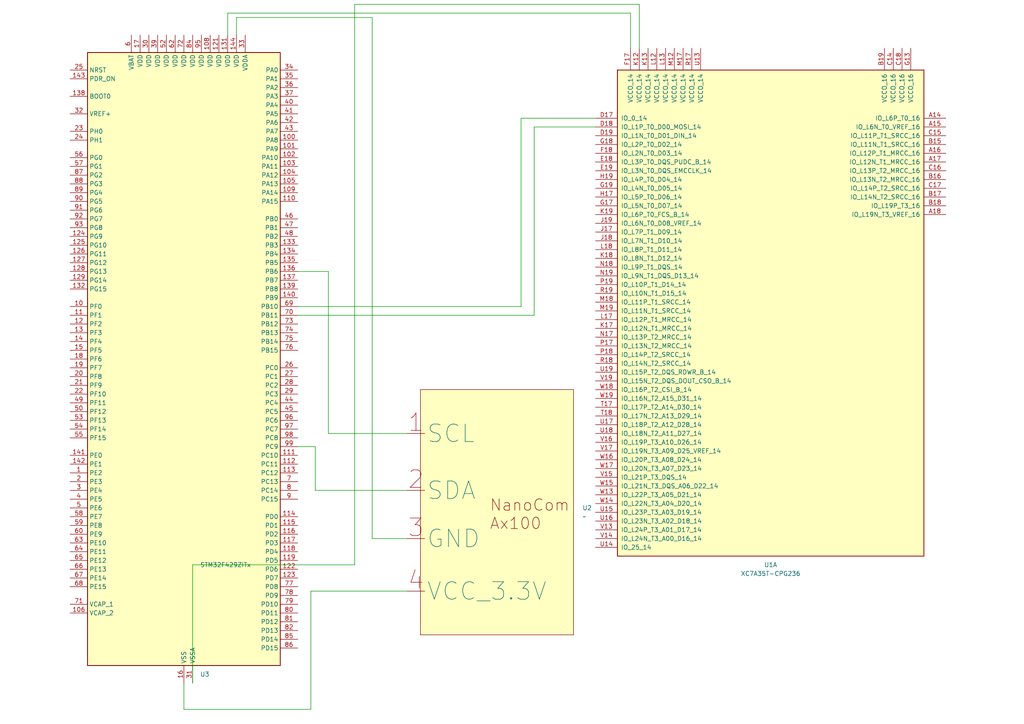
<source format=kicad_sch>
(kicad_sch (version 20250114) (generator "eeschema") (generator_version "9.0")
  (paper "A4")
  (lib_symbols
    (symbol "FPGA_Xilinx_Artix7:XC7A35T-CPG236" (pin_names (offset 1.016))
      (property "Reference" "U" (at 0 1.27 0))
      (property "Value" "XC7A35T-CPG236" (at 0 -1.27 0))
      (symbol "XC7A35T-CPG236_1_1"
        (rectangle (start -44.45 67.31) (end 44.45 -73.66) (stroke (width 0.254)) (fill (type background)))
        (pin bidirectional line (at -50.8 53.34 0) (length 6.35) (name "IO_0_14") (number "D17"))
        (pin bidirectional line (at -50.8 50.8 0) (length 6.35) (name "IO_L1P_T0_D00_MOSI_14") (number "D18"))
        (pin bidirectional line (at -50.8 48.26 0) (length 6.35) (name "IO_L1N_T0_D01_DIN_14") (number "D19"))
        (pin bidirectional line (at -50.8 45.72 0) (length 6.35) (name "IO_L2P_T0_D02_14") (number "G18"))
        (pin bidirectional line (at -50.8 43.18 0) (length 6.35) (name "IO_L2N_T0_D03_14") (number "F18"))
        (pin bidirectional line (at -50.8 40.64 0) (length 6.35) (name "IO_L3P_T0_DQS_PUDC_B_14") (number "E18"))
        (pin bidirectional line (at -50.8 38.1 0) (length 6.35) (name "IO_L3N_T0_DQS_EMCCLK_14") (number "E19"))
        (pin bidirectional line (at -50.8 35.56 0) (length 6.35) (name "IO_L4P_T0_D04_14") (number "H19"))
        (pin bidirectional line (at -50.8 33.02 0) (length 6.35) (name "IO_L4N_T0_D05_14") (number "G19"))
        (pin bidirectional line (at -50.8 30.48 0) (length 6.35) (name "IO_L5P_T0_D06_14") (number "H17"))
        (pin bidirectional line (at -50.8 27.94 0) (length 6.35) (name "IO_L5N_T0_D07_14") (number "G17"))
        (pin bidirectional line (at -50.8 25.4 0) (length 6.35) (name "IO_L6P_T0_FCS_B_14") (number "K19"))
        (pin bidirectional line (at -50.8 22.86 0) (length 6.35) (name "IO_L6N_T0_D08_VREF_14") (number "J19"))
        (pin bidirectional line (at -50.8 20.32 0) (length 6.35) (name "IO_L7P_T1_D09_14") (number "J17"))
        (pin bidirectional line (at -50.8 17.78 0) (length 6.35) (name "IO_L7N_T1_D10_14") (number "J18"))
        (pin bidirectional line (at -50.8 15.24 0) (length 6.35) (name "IO_L8P_T1_D11_14") (number "L18"))
        (pin bidirectional line (at -50.8 12.7 0) (length 6.35) (name "IO_L8N_T1_D12_14") (number "K18"))
        (pin bidirectional line (at -50.8 10.16 0) (length 6.35) (name "IO_L9P_T1_DQS_14") (number "N18"))
        (pin bidirectional line (at -50.8 7.62 0) (length 6.35) (name "IO_L9N_T1_DQS_D13_14") (number "N19"))
        (pin bidirectional line (at -50.8 5.08 0) (length 6.35) (name "IO_L10P_T1_D14_14") (number "P19"))
        (pin bidirectional line (at -50.8 2.54 0) (length 6.35) (name "IO_L10N_T1_D15_14") (number "R19"))
        (pin bidirectional line (at -50.8 0 0) (length 6.35) (name "IO_L11P_T1_SRCC_14") (number "M18"))
        (pin bidirectional line (at -50.8 -2.54 0) (length 6.35) (name "IO_L11N_T1_SRCC_14") (number "M19"))
        (pin bidirectional line (at -50.8 -5.08 0) (length 6.35) (name "IO_L12P_T1_MRCC_14") (number "L17"))
        (pin bidirectional line (at -50.8 -7.62 0) (length 6.35) (name "IO_L12N_T1_MRCC_14") (number "K17"))
        (pin bidirectional line (at -50.8 -10.16 0) (length 6.35) (name "IO_L13P_T2_MRCC_14") (number "N17"))
        (pin bidirectional line (at -50.8 -12.7 0) (length 6.35) (name "IO_L13N_T2_MRCC_14") (number "P17"))
        (pin bidirectional line (at -50.8 -15.24 0) (length 6.35) (name "IO_L14P_T2_SRCC_14") (number "P18"))
        (pin bidirectional line (at -50.8 -17.78 0) (length 6.35) (name "IO_L14N_T2_SRCC_14") (number "R18"))
        (pin bidirectional line (at -50.8 -20.32 0) (length 6.35) (name "IO_L15P_T2_DQS_RDWR_B_14") (number "U19"))
        (pin bidirectional line (at -50.8 -22.86 0) (length 6.35) (name "IO_L15N_T2_DQS_DOUT_CSO_B_14") (number "V19"))
        (pin bidirectional line (at -50.8 -25.4 0) (length 6.35) (name "IO_L16P_T2_CSI_B_14") (number "W18"))
        (pin bidirectional line (at -50.8 -27.94 0) (length 6.35) (name "IO_L16N_T2_A15_D31_14") (number "W19"))
        (pin bidirectional line (at -50.8 -30.48 0) (length 6.35) (name "IO_L17P_T2_A14_D30_14") (number "T17"))
        (pin bidirectional line (at -50.8 -33.02 0) (length 6.35) (name "IO_L17N_T2_A13_D29_14") (number "T18"))
        (pin bidirectional line (at -50.8 -35.56 0) (length 6.35) (name "IO_L18P_T2_A12_D28_14") (number "U17"))
        (pin bidirectional line (at -50.8 -38.1 0) (length 6.35) (name "IO_L18N_T2_A11_D27_14") (number "U18"))
        (pin bidirectional line (at -50.8 -40.64 0) (length 6.35) (name "IO_L19P_T3_A10_D26_14") (number "V16"))
        (pin bidirectional line (at -50.8 -43.18 0) (length 6.35) (name "IO_L19N_T3_A09_D25_VREF_14") (number "V17"))
        (pin bidirectional line (at -50.8 -45.72 0) (length 6.35) (name "IO_L20P_T3_A08_D24_14") (number "W16"))
        (pin bidirectional line (at -50.8 -48.26 0) (length 6.35) (name "IO_L20N_T3_A07_D23_14") (number "W17"))
        (pin bidirectional line (at -50.8 -50.8 0) (length 6.35) (name "IO_L21P_T3_DQS_14") (number "V15"))
        (pin bidirectional line (at -50.8 -53.34 0) (length 6.35) (name "IO_L21N_T3_DQS_A06_D22_14") (number "W15"))
        (pin bidirectional line (at -50.8 -55.88 0) (length 6.35) (name "IO_L22P_T3_A05_D21_14") (number "W13"))
        (pin bidirectional line (at -50.8 -58.42 0) (length 6.35) (name "IO_L22N_T3_A04_D20_14") (number "W14"))
        (pin bidirectional line (at -50.8 -60.96 0) (length 6.35) (name "IO_L23P_T3_A03_D19_14") (number "U15"))
        (pin bidirectional line (at -50.8 -63.5 0) (length 6.35) (name "IO_L23N_T3_A02_D18_14") (number "U16"))
        (pin bidirectional line (at -50.8 -66.04 0) (length 6.35) (name "IO_L24P_T3_A01_D17_14") (number "V13"))
        (pin bidirectional line (at -50.8 -68.58 0) (length 6.35) (name "IO_L24N_T3_A00_D16_14") (number "V14"))
        (pin bidirectional line (at -50.8 -71.12 0) (length 6.35) (name "IO_25_14") (number "U14"))
        (pin power_in line (at -40.64 73.66 270) (length 6.35) (name "VCCO_14") (number "F17"))
        (pin power_in line (at -38.1 73.66 270) (length 6.35) (name "VCCO_14") (number "K12"))
        (pin power_in line (at -35.56 73.66 270) (length 6.35) (name "VCCO_14") (number "K13"))
        (pin power_in line (at -33.02 73.66 270) (length 6.35) (name "VCCO_14") (number "L12"))
        (pin power_in line (at -30.48 73.66 270) (length 6.35) (name "VCCO_14") (number "L13"))
        (pin power_in line (at -27.94 73.66 270) (length 6.35) (name "VCCO_14") (number "M12"))
        (pin power_in line (at -25.4 73.66 270) (length 6.35) (name "VCCO_14") (number "M17"))
        (pin power_in line (at -22.86 73.66 270) (length 6.35) (name "VCCO_14") (number "R17"))
        (pin power_in line (at -20.32 73.66 270) (length 6.35) (name "VCCO_14") (number "U13"))
        (pin power_in line (at 33.02 73.66 270) (length 6.35) (name "VCCO_16") (number "B19"))
        (pin power_in line (at 35.56 73.66 270) (length 6.35) (name "VCCO_16") (number "C14"))
        (pin power_in line (at 38.1 73.66 270) (length 6.35) (name "VCCO_16") (number "C18"))
        (pin power_in line (at 40.64 73.66 270) (length 6.35) (name "VCCO_16") (number "G13"))
        (pin bidirectional line (at 50.8 53.34 180) (length 6.35) (name "IO_L6P_T0_16") (number "A14"))
        (pin bidirectional line (at 50.8 50.8 180) (length 6.35) (name "IO_L6N_T0_VREF_16") (number "A15"))
        (pin bidirectional line (at 50.8 48.26 180) (length 6.35) (name "IO_L11P_T1_SRCC_16") (number "C15"))
        (pin bidirectional line (at 50.8 45.72 180) (length 6.35) (name "IO_L11N_T1_SRCC_16") (number "B15"))
        (pin bidirectional line (at 50.8 43.18 180) (length 6.35) (name "IO_L12P_T1_MRCC_16") (number "A16"))
        (pin bidirectional line (at 50.8 40.64 180) (length 6.35) (name "IO_L12N_T1_MRCC_16") (number "A17"))
        (pin bidirectional line (at 50.8 38.1 180) (length 6.35) (name "IO_L13P_T2_MRCC_16") (number "C16"))
        (pin bidirectional line (at 50.8 35.56 180) (length 6.35) (name "IO_L13N_T2_MRCC_16") (number "B16"))
        (pin bidirectional line (at 50.8 33.02 180) (length 6.35) (name "IO_L14P_T2_SRCC_16") (number "C17"))
        (pin bidirectional line (at 50.8 30.48 180) (length 6.35) (name "IO_L14N_T2_SRCC_16") (number "B17"))
        (pin bidirectional line (at 50.8 27.94 180) (length 6.35) (name "IO_L19P_T3_16") (number "B18"))
        (pin bidirectional line (at 50.8 25.4 180) (length 6.35) (name "IO_L19N_T3_VREF_16") (number "A18"))
      )
      (symbol "XC7A35T-CPG236_2_1"
        (rectangle (start -44.45 34.29) (end 44.45 -40.64) (stroke (width 0.254)) (fill (type background)))
        (pin bidirectional line (at -50.8 20.32 0) (length 6.35) (name "IO_L1P_T0_34") (number "R2"))
        (pin bidirectional line (at -50.8 17.78 0) (length 6.35) (name "IO_L1N_T0_34") (number "T2"))
        (pin bidirectional line (at -50.8 15.24 0) (length 6.35) (name "IO_L2P_T0_34") (number "R3"))
        (pin bidirectional line (at -50.8 12.7 0) (length 6.35) (name "IO_L2N_T0_34") (number "T3"))
        (pin bidirectional line (at -50.8 10.16 0) (length 6.35) (name "IO_L3P_T0_DQS_34") (number "T1"))
        (pin bidirectional line (at -50.8 7.62 0) (length 6.35) (name "IO_L3N_T0_DQS_34") (number "U1"))
        (pin bidirectional line (at -50.8 5.08 0) (length 6.35) (name "IO_L5P_T0_34") (number "V2"))
        (pin bidirectional line (at -50.8 2.54 0) (length 6.35) (name "IO_L5N_T0_34") (number "W2"))
        (pin bidirectional line (at -50.8 0 0) (length 6.35) (name "IO_L6P_T0_34") (number "V3"))
        (pin bidirectional line (at -50.8 -2.54 0) (length 6.35) (name "IO_L6N_T0_VREF_34") (number "W3"))
        (pin bidirectional line (at -50.8 -5.08 0) (length 6.35) (name "IO_L9P_T1_DQS_34") (number "U3"))
        (pin bidirectional line (at -50.8 -7.62 0) (length 6.35) (name "IO_L9N_T1_DQS_34") (number "U2"))
        (pin bidirectional line (at -50.8 -10.16 0) (length 6.35) (name "IO_L11P_T1_SRCC_34") (number "U4"))
        (pin bidirectional line (at -50.8 -12.7 0) (length 6.35) (name "IO_L11N_T1_SRCC_34") (number "V4"))
        (pin bidirectional line (at -50.8 -15.24 0) (length 6.35) (name "IO_L12P_T1_MRCC_34") (number "W5"))
        (pin bidirectional line (at -50.8 -17.78 0) (length 6.35) (name "IO_L12N_T1_MRCC_34") (number "W4"))
        (pin bidirectional line (at -50.8 -20.32 0) (length 6.35) (name "IO_L13P_T2_MRCC_34") (number "W7"))
        (pin bidirectional line (at -50.8 -22.86 0) (length 6.35) (name "IO_L13N_T2_MRCC_34") (number "W6"))
        (pin bidirectional line (at -50.8 -25.4 0) (length 6.35) (name "IO_L14P_T2_SRCC_34") (number "U8"))
        (pin bidirectional line (at -50.8 -27.94 0) (length 6.35) (name "IO_L14N_T2_SRCC_34") (number "V8"))
        (pin bidirectional line (at -50.8 -30.48 0) (length 6.35) (name "IO_L16P_T2_34") (number "U5"))
        (pin bidirectional line (at -50.8 -33.02 0) (length 6.35) (name "IO_L16N_T2_34") (number "V5"))
        (pin bidirectional line (at -50.8 -35.56 0) (length 6.35) (name "IO_L19P_T3_34") (number "U7"))
        (pin bidirectional line (at -50.8 -38.1 0) (length 6.35) (name "IO_L19N_T3_VREF_34") (number "V7"))
        (pin power_in line (at -40.64 40.64 270) (length 6.35) (name "VCCO_34") (number "M8"))
        (pin power_in line (at -38.1 40.64 270) (length 6.35) (name "VCCO_34") (number "N7"))
        (pin power_in line (at -35.56 40.64 270) (length 6.35) (name "VCCO_34") (number "N8"))
        (pin power_in line (at -33.02 40.64 270) (length 6.35) (name "VCCO_34") (number "R1"))
        (pin power_in line (at -30.48 40.64 270) (length 6.35) (name "VCCO_34") (number "V1"))
        (pin power_in line (at -27.94 40.64 270) (length 6.35) (name "VCCO_34") (number "V6"))
        (pin power_in line (at 27.94 40.64 270) (length 6.35) (name "VCCO_35") (number "H3"))
        (pin power_in line (at 30.48 40.64 270) (length 6.35) (name "VCCO_35") (number "J7"))
        (pin power_in line (at 33.02 40.64 270) (length 6.35) (name "VCCO_35") (number "K1"))
        (pin power_in line (at 35.56 40.64 270) (length 6.35) (name "VCCO_35") (number "K7"))
        (pin power_in line (at 38.1 40.64 270) (length 6.35) (name "VCCO_35") (number "L7"))
        (pin power_in line (at 40.64 40.64 270) (length 6.35) (name "VCCO_35") (number "M7"))
        (pin bidirectional line (at 50.8 20.32 180) (length 6.35) (name "IO_L1P_T0_AD4P_35") (number "G3"))
        (pin bidirectional line (at 50.8 17.78 180) (length 6.35) (name "IO_L1N_T0_AD4N_35") (number "G2"))
        (pin bidirectional line (at 50.8 15.24 180) (length 6.35) (name "IO_L2P_T0_AD12P_35") (number "H2"))
        (pin bidirectional line (at 50.8 12.7 180) (length 6.35) (name "IO_L2N_T0_AD12N_35") (number "J2"))
        (pin bidirectional line (at 50.8 10.16 180) (length 6.35) (name "IO_L3P_T0_DQS_AD5P_35") (number "H1"))
        (pin bidirectional line (at 50.8 7.62 180) (length 6.35) (name "IO_L3N_T0_DQS_AD5N_35") (number "J1"))
        (pin bidirectional line (at 50.8 5.08 180) (length 6.35) (name "IO_L5P_T0_AD13P_35") (number "K2"))
        (pin bidirectional line (at 50.8 2.54 180) (length 6.35) (name "IO_L5N_T0_AD13N_35") (number "L2"))
        (pin bidirectional line (at 50.8 0 180) (length 6.35) (name "IO_L6N_T0_VREF_35") (number "L1"))
        (pin bidirectional line (at 50.8 -2.54 180) (length 6.35) (name "IO_L7P_T1_AD6P_35") (number "J3"))
        (pin bidirectional line (at 50.8 -5.08 180) (length 6.35) (name "IO_L7N_T1_AD6N_35") (number "K3"))
        (pin bidirectional line (at 50.8 -7.62 180) (length 6.35) (name "IO_L8P_T1_AD14P_35") (number "L3"))
        (pin bidirectional line (at 50.8 -10.16 180) (length 6.35) (name "IO_L8N_T1_AD14N_35") (number "M3"))
        (pin bidirectional line (at 50.8 -12.7 180) (length 6.35) (name "IO_L9P_T1_DQS_AD7P_35") (number "M2"))
        (pin bidirectional line (at 50.8 -15.24 180) (length 6.35) (name "IO_L9N_T1_DQS_AD7N_35") (number "M1"))
        (pin bidirectional line (at 50.8 -17.78 180) (length 6.35) (name "IO_L10P_T1_AD15P_35") (number "N2"))
        (pin bidirectional line (at 50.8 -20.32 180) (length 6.35) (name "IO_L10N_T1_AD15N_35") (number "N1"))
        (pin bidirectional line (at 50.8 -22.86 180) (length 6.35) (name "IO_L12P_T1_MRCC_35") (number "N3"))
        (pin bidirectional line (at 50.8 -25.4 180) (length 6.35) (name "IO_L12N_T1_MRCC_35") (number "P3"))
        (pin bidirectional line (at 50.8 -27.94 180) (length 6.35) (name "IO_L19N_T3_VREF_35") (number "P1"))
      )
      (symbol "XC7A35T-CPG236_3_1"
        (rectangle (start -31.75 20.32) (end 31.75 -20.32) (stroke (width 0.254)) (fill (type background)))
        (pin bidirectional line (at -38.1 17.78 0) (length 6.35) (name "MGTPTXP0_216") (number "D2"))
        (pin bidirectional line (at -38.1 15.24 0) (length 6.35) (name "MGTPTXN0_216") (number "D1"))
        (pin bidirectional line (at -38.1 12.7 0) (length 6.35) (name "MGTPTXP1_216") (number "B2"))
        (pin bidirectional line (at -38.1 10.16 0) (length 6.35) (name "MGTPTXN1_216") (number "A2"))
        (pin bidirectional line (at -38.1 5.08 0) (length 6.35) (name "MGTPRXP0_216") (number "B4"))
        (pin bidirectional line (at -38.1 2.54 0) (length 6.35) (name "MGTPRXN0_216") (number "A4"))
        (pin bidirectional line (at -38.1 0 0) (length 6.35) (name "MGTPRXP1_216") (number "B6"))
        (pin bidirectional line (at -38.1 -2.54 0) (length 6.35) (name "MGTPRXN1_216") (number "A6"))
        (pin bidirectional line (at -38.1 -7.62 0) (length 6.35) (name "MGTREFCLK0P_216") (number "B8"))
        (pin bidirectional line (at -38.1 -10.16 0) (length 6.35) (name "MGTREFCLK0N_216") (number "A8"))
        (pin bidirectional line (at -38.1 -12.7 0) (length 6.35) (name "MGTREFCLK1P_216") (number "B10"))
        (pin bidirectional line (at -38.1 -15.24 0) (length 6.35) (name "MGTREFCLK1N_216") (number "A10"))
      )
      (symbol "XC7A35T-CPG236_4_1"
        (rectangle (start -31.75 10.16) (end 31.75 -10.16) (stroke (width 0.254)) (fill (type background)))
        (pin power_in line (at -38.1 7.62 0) (length 6.35) (name "MGTAVCC") (number "C1"))
        (pin power_in line (at -38.1 5.08 0) (length 6.35) (name "MGTAVCC") (number "E1"))
        (pin power_in line (at -38.1 2.54 0) (length 6.35) (name "MGTAVCC") (number "F3"))
        (pin power_in line (at -38.1 0 0) (length 6.35) (name "MGTAVCC") (number "G9"))
        (pin power_in line (at -38.1 -2.54 0) (length 6.35) (name "MGTAVCC") (number "H9"))
        (pin power_in line (at 38.1 7.62 180) (length 6.35) (name "MGTAVTT") (number "B1"))
        (pin power_in line (at 38.1 5.08 180) (length 6.35) (name "MGTAVTT") (number "C5"))
        (pin power_in line (at 38.1 2.54 180) (length 6.35) (name "MGTAVTT") (number "E2"))
        (pin power_in line (at 38.1 0 180) (length 6.35) (name "MGTAVTT") (number "G7"))
        (pin power_in line (at 38.1 -5.08 180) (length 6.35) (name "MGTRREF_216") (number "C7"))
      )
      (symbol "XC7A35T-CPG236_5_1"
        (rectangle (start -31.75 34.29) (end 31.75 -40.64) (stroke (width 0.254)) (fill (type background)))
        (pin power_in line (at 25.4 40.64 270) (length 6.35) (name "VCCO_0") (number "G12"))
        (pin power_in line (at 27.94 40.64 270) (length 6.35) (name "VCCO_0") (number "V9"))
        (pin bidirectional line (at 38.1 20.32 180) (length 6.35) (name "TDI_0") (number "W10"))
        (pin bidirectional line (at 38.1 17.78 180) (length 6.35) (name "TDO_0") (number "W8"))
        (pin bidirectional line (at 38.1 15.24 180) (length 6.35) (name "TMS_0") (number "W9"))
        (pin bidirectional line (at 38.1 12.7 180) (length 6.35) (name "TCK_0") (number "C8"))
        (pin bidirectional line (at 38.1 7.62 180) (length 6.35) (name "CCLK_0") (number "C11"))
        (pin bidirectional line (at 38.1 5.08 180) (length 6.35) (name "M0_0") (number "V12"))
        (pin bidirectional line (at 38.1 2.54 180) (length 6.35) (name "M1_0") (number "W11"))
        (pin bidirectional line (at 38.1 0 180) (length 6.35) (name "M2_0") (number "U10"))
        (pin bidirectional line (at 38.1 -5.08 180) (length 6.35) (name "DONE_0") (number "U12"))
        (pin bidirectional line (at 38.1 -7.62 180) (length 6.35) (name "INIT_B_0") (number "U11"))
        (pin bidirectional line (at 38.1 -10.16 180) (length 6.35) (name "PROGRAM_B_0") (number "V10"))
        (pin bidirectional line (at 38.1 -15.24 180) (length 6.35) (name "CFGBVS_0") (number "V11"))
        (pin bidirectional line (at 38.1 -20.32 180) (length 6.35) (name "VP_0") (number "A12"))
        (pin bidirectional line (at 38.1 -22.86 180) (length 6.35) (name "VN_0") (number "B13"))
        (pin bidirectional line (at 38.1 -27.94 180) (length 6.35) (name "VREFP_0") (number "B12"))
        (pin bidirectional line (at 38.1 -30.48 180) (length 6.35) (name "VREFN_0") (number "A13"))
        (pin bidirectional line (at 38.1 -35.56 180) (length 6.35) (name "DXP_0") (number "A11"))
        (pin bidirectional line (at 38.1 -38.1 180) (length 6.35) (name "DXN_0") (number "B11"))
      )
      (symbol "XC7A35T-CPG236_6_1"
        (rectangle (start -19.05 45.72) (end 19.05 -45.72) (stroke (width 0.254)) (fill (type background)))
        (pin power_in line (at -25.4 43.18 0) (length 6.35) (name "VCCAUX") (number "H13"))
        (pin power_in line (at -25.4 40.64 0) (length 6.35) (name "VCCAUX") (number "J13"))
        (pin power_in line (at -25.4 35.56 0) (length 6.35) (name "GNDADC_0") (number "C12"))
        (pin power_in line (at -25.4 33.02 0) (length 6.35) (name "VCCADC_0") (number "C13"))
        (pin power_in line (at -25.4 30.48 0) (length 6.35) (name "VCCBATT_0") (number "C9"))
        (pin power_in line (at -25.4 27.94 0) (length 6.35) (name "VCCBRAM") (number "M11"))
        (pin power_in line (at -25.4 25.4 0) (length 6.35) (name "VCCBRAM") (number "N11"))
        (pin power_in line (at -25.4 20.32 0) (length 6.35) (name "GND") (number "A1"))
        (pin power_in line (at -25.4 17.78 0) (length 6.35) (name "GND") (number "A3"))
        (pin power_in line (at -25.4 15.24 0) (length 6.35) (name "GND") (number "A5"))
        (pin power_in line (at -25.4 12.7 0) (length 6.35) (name "GND") (number "A7"))
        (pin power_in line (at -25.4 10.16 0) (length 6.35) (name "GND") (number "A9"))
        (pin power_in line (at -25.4 7.62 0) (length 6.35) (name "GND") (number "A19"))
        (pin power_in line (at -25.4 5.08 0) (length 6.35) (name "GND") (number "B3"))
        (pin power_in line (at -25.4 2.54 0) (length 6.35) (name "GND") (number "B5"))
        (pin power_in line (at -25.4 0 0) (length 6.35) (name "GND") (number "B7"))
        (pin power_in line (at -25.4 -2.54 0) (length 6.35) (name "GND") (number "B9"))
        (pin power_in line (at -25.4 -5.08 0) (length 6.35) (name "GND") (number "B14"))
        (pin power_in line (at -25.4 -7.62 0) (length 6.35) (name "GND") (number "C2"))
        (pin power_in line (at -25.4 -10.16 0) (length 6.35) (name "GND") (number "C3"))
        (pin power_in line (at -25.4 -12.7 0) (length 6.35) (name "GND") (number "C4"))
        (pin power_in line (at -25.4 -15.24 0) (length 6.35) (name "GND") (number "C6"))
        (pin power_in line (at -25.4 -17.78 0) (length 6.35) (name "GND") (number "C10"))
        (pin power_in line (at -25.4 -20.32 0) (length 6.35) (name "GND") (number "C19"))
        (pin power_in line (at -25.4 -22.86 0) (length 6.35) (name "GND") (number "D3"))
        (pin power_in line (at -25.4 -25.4 0) (length 6.35) (name "GND") (number "E3"))
        (pin power_in line (at -25.4 -27.94 0) (length 6.35) (name "GND") (number "E17"))
        (pin power_in line (at -25.4 -30.48 0) (length 6.35) (name "GND") (number "F1"))
        (pin power_in line (at -25.4 -33.02 0) (length 6.35) (name "GND") (number "F2"))
        (pin power_in line (at -25.4 -35.56 0) (length 6.35) (name "GND") (number "F19"))
        (pin power_in line (at -25.4 -38.1 0) (length 6.35) (name "GND") (number "G1"))
        (pin power_in line (at -25.4 -40.64 0) (length 6.35) (name "GND") (number "G8"))
        (pin power_in line (at -25.4 -43.18 0) (length 6.35) (name "GND") (number "G11"))
        (pin power_in line (at 25.4 43.18 180) (length 6.35) (name "VCCINT") (number "G10"))
        (pin power_in line (at 25.4 40.64 180) (length 6.35) (name "VCCINT") (number "H10"))
        (pin power_in line (at 25.4 38.1 180) (length 6.35) (name "VCCINT") (number "J10"))
        (pin power_in line (at 25.4 35.56 180) (length 6.35) (name "VCCINT") (number "L10"))
        (pin power_in line (at 25.4 33.02 180) (length 6.35) (name "VCCINT") (number "M10"))
        (pin power_in line (at 25.4 30.48 180) (length 6.35) (name "VCCINT") (number "N10"))
        (pin power_in line (at 25.4 20.32 180) (length 6.35) (name "GND") (number "H7"))
        (pin power_in line (at 25.4 17.78 180) (length 6.35) (name "GND") (number "H8"))
        (pin power_in line (at 25.4 15.24 180) (length 6.35) (name "GND") (number "H11"))
        (pin power_in line (at 25.4 12.7 180) (length 6.35) (name "GND") (number "H12"))
        (pin power_in line (at 25.4 10.16 180) (length 6.35) (name "GND") (number "H18"))
        (pin power_in line (at 25.4 7.62 180) (length 6.35) (name "GND") (number "J8"))
        (pin power_in line (at 25.4 5.08 180) (length 6.35) (name "GND") (number "J9"))
        (pin power_in line (at 25.4 2.54 180) (length 6.35) (name "GND") (number "J11"))
        (pin power_in line (at 25.4 0 180) (length 6.35) (name "GND") (number "J12"))
        (pin power_in line (at 25.4 -2.54 180) (length 6.35) (name "GND") (number "K8"))
        (pin power_in line (at 25.4 -5.08 180) (length 6.35) (name "GND") (number "L8"))
        (pin power_in line (at 25.4 -7.62 180) (length 6.35) (name "GND") (number "L9"))
        (pin power_in line (at 25.4 -10.16 180) (length 6.35) (name "GND") (number "L11"))
        (pin power_in line (at 25.4 -12.7 180) (length 6.35) (name "GND") (number "L19"))
        (pin power_in line (at 25.4 -15.24 180) (length 6.35) (name "GND") (number "M9"))
        (pin power_in line (at 25.4 -17.78 180) (length 6.35) (name "GND") (number "M13"))
        (pin power_in line (at 25.4 -20.32 180) (length 6.35) (name "GND") (number "N9"))
        (pin power_in line (at 25.4 -22.86 180) (length 6.35) (name "GND") (number "N12"))
        (pin power_in line (at 25.4 -25.4 180) (length 6.35) (name "GND") (number "N13"))
        (pin power_in line (at 25.4 -27.94 180) (length 6.35) (name "GND") (number "P2"))
        (pin power_in line (at 25.4 -30.48 180) (length 6.35) (name "GND") (number "T19"))
        (pin power_in line (at 25.4 -33.02 180) (length 6.35) (name "GND") (number "U6"))
        (pin power_in line (at 25.4 -35.56 180) (length 6.35) (name "GND") (number "U9"))
        (pin power_in line (at 25.4 -38.1 180) (length 6.35) (name "GND") (number "V18"))
        (pin power_in line (at 25.4 -40.64 180) (length 6.35) (name "GND") (number "W1"))
        (pin power_in line (at 25.4 -43.18 180) (length 6.35) (name "GND") (number "W12"))
      )
    )
    (symbol "MCU_ST_STM32F4:STM32F429ZITx"
      (property "Reference" "U" (at -27.94 90.17 0))
      (property "Value" "STM32F429ZITx" (at 20.32 90.17 0))
      (symbol "STM32F429ZITx_0_1"
        (rectangle (start -27.94 -88.9) (end 27.94 88.9) (stroke (width 0.254)) (fill (type background)))
      )
      (symbol "STM32F429ZITx_1_1"
        (pin input line (at -33.02 83.82 0) (length 5.08) (name "NRST") (number "25"))
        (pin input line (at -33.02 81.28 0) (length 5.08) (name "PDR_ON") (number "143"))
        (pin input line (at -33.02 76.2 0) (length 5.08) (name "BOOT0") (number "138"))
        (pin input line (at -33.02 71.12 0) (length 5.08) (name "VREF+") (number "32"))
        (pin bidirectional line (at -33.02 66.04 0) (length 5.08) (name "PH0") (number "23"))
        (pin bidirectional line (at -33.02 63.5 0) (length 5.08) (name "PH1") (number "24"))
        (pin bidirectional line (at -33.02 58.42 0) (length 5.08) (name "PG0") (number "56"))
        (pin bidirectional line (at -33.02 55.88 0) (length 5.08) (name "PG1") (number "57"))
        (pin bidirectional line (at -33.02 53.34 0) (length 5.08) (name "PG2") (number "87"))
        (pin bidirectional line (at -33.02 50.8 0) (length 5.08) (name "PG3") (number "88"))
        (pin bidirectional line (at -33.02 48.26 0) (length 5.08) (name "PG4") (number "89"))
        (pin bidirectional line (at -33.02 45.72 0) (length 5.08) (name "PG5") (number "90"))
        (pin bidirectional line (at -33.02 43.18 0) (length 5.08) (name "PG6") (number "91"))
        (pin bidirectional line (at -33.02 40.64 0) (length 5.08) (name "PG7") (number "92"))
        (pin bidirectional line (at -33.02 38.1 0) (length 5.08) (name "PG8") (number "93"))
        (pin bidirectional line (at -33.02 35.56 0) (length 5.08) (name "PG9") (number "124"))
        (pin bidirectional line (at -33.02 33.02 0) (length 5.08) (name "PG10") (number "125"))
        (pin bidirectional line (at -33.02 30.48 0) (length 5.08) (name "PG11") (number "126"))
        (pin bidirectional line (at -33.02 27.94 0) (length 5.08) (name "PG12") (number "127"))
        (pin bidirectional line (at -33.02 25.4 0) (length 5.08) (name "PG13") (number "128"))
        (pin bidirectional line (at -33.02 22.86 0) (length 5.08) (name "PG14") (number "129"))
        (pin bidirectional line (at -33.02 20.32 0) (length 5.08) (name "PG15") (number "132"))
        (pin bidirectional line (at -33.02 15.24 0) (length 5.08) (name "PF0") (number "10"))
        (pin bidirectional line (at -33.02 12.7 0) (length 5.08) (name "PF1") (number "11"))
        (pin bidirectional line (at -33.02 10.16 0) (length 5.08) (name "PF2") (number "12"))
        (pin bidirectional line (at -33.02 7.62 0) (length 5.08) (name "PF3") (number "13"))
        (pin bidirectional line (at -33.02 5.08 0) (length 5.08) (name "PF4") (number "14"))
        (pin bidirectional line (at -33.02 2.54 0) (length 5.08) (name "PF5") (number "15"))
        (pin bidirectional line (at -33.02 0 0) (length 5.08) (name "PF6") (number "18"))
        (pin bidirectional line (at -33.02 -2.54 0) (length 5.08) (name "PF7") (number "19"))
        (pin bidirectional line (at -33.02 -5.08 0) (length 5.08) (name "PF8") (number "20"))
        (pin bidirectional line (at -33.02 -7.62 0) (length 5.08) (name "PF9") (number "21"))
        (pin bidirectional line (at -33.02 -10.16 0) (length 5.08) (name "PF10") (number "22"))
        (pin bidirectional line (at -33.02 -12.7 0) (length 5.08) (name "PF11") (number "49"))
        (pin bidirectional line (at -33.02 -15.24 0) (length 5.08) (name "PF12") (number "50"))
        (pin bidirectional line (at -33.02 -17.78 0) (length 5.08) (name "PF13") (number "53"))
        (pin bidirectional line (at -33.02 -20.32 0) (length 5.08) (name "PF14") (number "54"))
        (pin bidirectional line (at -33.02 -22.86 0) (length 5.08) (name "PF15") (number "55"))
        (pin bidirectional line (at -33.02 -27.94 0) (length 5.08) (name "PE0") (number "141"))
        (pin bidirectional line (at -33.02 -30.48 0) (length 5.08) (name "PE1") (number "142"))
        (pin bidirectional line (at -33.02 -33.02 0) (length 5.08) (name "PE2") (number "1"))
        (pin bidirectional line (at -33.02 -35.56 0) (length 5.08) (name "PE3") (number "2"))
        (pin bidirectional line (at -33.02 -38.1 0) (length 5.08) (name "PE4") (number "3"))
        (pin bidirectional line (at -33.02 -40.64 0) (length 5.08) (name "PE5") (number "4"))
        (pin bidirectional line (at -33.02 -43.18 0) (length 5.08) (name "PE6") (number "5"))
        (pin bidirectional line (at -33.02 -45.72 0) (length 5.08) (name "PE7") (number "58"))
        (pin bidirectional line (at -33.02 -48.26 0) (length 5.08) (name "PE8") (number "59"))
        (pin bidirectional line (at -33.02 -50.8 0) (length 5.08) (name "PE9") (number "60"))
        (pin bidirectional line (at -33.02 -53.34 0) (length 5.08) (name "PE10") (number "63"))
        (pin bidirectional line (at -33.02 -55.88 0) (length 5.08) (name "PE11") (number "64"))
        (pin bidirectional line (at -33.02 -58.42 0) (length 5.08) (name "PE12") (number "65"))
        (pin bidirectional line (at -33.02 -60.96 0) (length 5.08) (name "PE13") (number "66"))
        (pin bidirectional line (at -33.02 -63.5 0) (length 5.08) (name "PE14") (number "67"))
        (pin bidirectional line (at -33.02 -66.04 0) (length 5.08) (name "PE15") (number "68"))
        (pin power_out line (at -33.02 -71.12 0) (length 5.08) (name "VCAP_1") (number "71"))
        (pin power_out line (at -33.02 -73.66 0) (length 5.08) (name "VCAP_2") (number "106"))
        (pin power_in line (at -15.24 93.98 270) (length 5.08) (name "VBAT") (number "6"))
        (pin power_in line (at -12.7 93.98 270) (length 5.08) (name "VDD") (number "17"))
        (pin power_in line (at -10.16 93.98 270) (length 5.08) (name "VDD") (number "30"))
        (pin power_in line (at -7.62 93.98 270) (length 5.08) (name "VDD") (number "39"))
        (pin power_in line (at -5.08 93.98 270) (length 5.08) (name "VDD") (number "52"))
        (pin power_in line (at -2.54 93.98 270) (length 5.08) (name "VDD") (number "62"))
        (pin power_in line (at 0 93.98 270) (length 5.08) (name "VDD") (number "72"))
        (pin passive line (at 0 -93.98 90) (length 5.08) (hide yes) (name "VSS") (number "107"))
        (pin passive line (at 0 -93.98 90) (length 5.08) (hide yes) (name "VSS") (number "120"))
        (pin passive line (at 0 -93.98 90) (length 5.08) (hide yes) (name "VSS") (number "130"))
        (pin power_in line (at 0 -93.98 90) (length 5.08) (name "VSS") (number "16"))
        (pin passive line (at 0 -93.98 90) (length 5.08) (hide yes) (name "VSS") (number "38"))
        (pin passive line (at 0 -93.98 90) (length 5.08) (hide yes) (name "VSS") (number "51"))
        (pin passive line (at 0 -93.98 90) (length 5.08) (hide yes) (name "VSS") (number "61"))
        (pin passive line (at 0 -93.98 90) (length 5.08) (hide yes) (name "VSS") (number "83"))
        (pin passive line (at 0 -93.98 90) (length 5.08) (hide yes) (name "VSS") (number "94"))
        (pin power_in line (at 2.54 93.98 270) (length 5.08) (name "VDD") (number "84"))
        (pin power_in line (at 2.54 -93.98 90) (length 5.08) (name "VSSA") (number "31"))
        (pin power_in line (at 5.08 93.98 270) (length 5.08) (name "VDD") (number "95"))
        (pin power_in line (at 7.62 93.98 270) (length 5.08) (name "VDD") (number "108"))
        (pin power_in line (at 10.16 93.98 270) (length 5.08) (name "VDD") (number "121"))
        (pin power_in line (at 12.7 93.98 270) (length 5.08) (name "VDD") (number "131"))
        (pin power_in line (at 15.24 93.98 270) (length 5.08) (name "VDD") (number "144"))
        (pin power_in line (at 17.78 93.98 270) (length 5.08) (name "VDDA") (number "33"))
        (pin bidirectional line (at 33.02 83.82 180) (length 5.08) (name "PA0") (number "34"))
        (pin bidirectional line (at 33.02 81.28 180) (length 5.08) (name "PA1") (number "35"))
        (pin bidirectional line (at 33.02 78.74 180) (length 5.08) (name "PA2") (number "36"))
        (pin bidirectional line (at 33.02 76.2 180) (length 5.08) (name "PA3") (number "37"))
        (pin bidirectional line (at 33.02 73.66 180) (length 5.08) (name "PA4") (number "40"))
        (pin bidirectional line (at 33.02 71.12 180) (length 5.08) (name "PA5") (number "41"))
        (pin bidirectional line (at 33.02 68.58 180) (length 5.08) (name "PA6") (number "42"))
        (pin bidirectional line (at 33.02 66.04 180) (length 5.08) (name "PA7") (number "43"))
        (pin bidirectional line (at 33.02 63.5 180) (length 5.08) (name "PA8") (number "100"))
        (pin bidirectional line (at 33.02 60.96 180) (length 5.08) (name "PA9") (number "101"))
        (pin bidirectional line (at 33.02 58.42 180) (length 5.08) (name "PA10") (number "102"))
        (pin bidirectional line (at 33.02 55.88 180) (length 5.08) (name "PA11") (number "103"))
        (pin bidirectional line (at 33.02 53.34 180) (length 5.08) (name "PA12") (number "104"))
        (pin bidirectional line (at 33.02 50.8 180) (length 5.08) (name "PA13") (number "105"))
        (pin bidirectional line (at 33.02 48.26 180) (length 5.08) (name "PA14") (number "109"))
        (pin bidirectional line (at 33.02 45.72 180) (length 5.08) (name "PA15") (number "110"))
        (pin bidirectional line (at 33.02 40.64 180) (length 5.08) (name "PB0") (number "46"))
        (pin bidirectional line (at 33.02 38.1 180) (length 5.08) (name "PB1") (number "47"))
        (pin bidirectional line (at 33.02 35.56 180) (length 5.08) (name "PB2") (number "48"))
        (pin bidirectional line (at 33.02 33.02 180) (length 5.08) (name "PB3") (number "133"))
        (pin bidirectional line (at 33.02 30.48 180) (length 5.08) (name "PB4") (number "134"))
        (pin bidirectional line (at 33.02 27.94 180) (length 5.08) (name "PB5") (number "135"))
        (pin bidirectional line (at 33.02 25.4 180) (length 5.08) (name "PB6") (number "136"))
        (pin bidirectional line (at 33.02 22.86 180) (length 5.08) (name "PB7") (number "137"))
        (pin bidirectional line (at 33.02 20.32 180) (length 5.08) (name "PB8") (number "139"))
        (pin bidirectional line (at 33.02 17.78 180) (length 5.08) (name "PB9") (number "140"))
        (pin bidirectional line (at 33.02 15.24 180) (length 5.08) (name "PB10") (number "69"))
        (pin bidirectional line (at 33.02 12.7 180) (length 5.08) (name "PB11") (number "70"))
        (pin bidirectional line (at 33.02 10.16 180) (length 5.08) (name "PB12") (number "73"))
        (pin bidirectional line (at 33.02 7.62 180) (length 5.08) (name "PB13") (number "74"))
        (pin bidirectional line (at 33.02 5.08 180) (length 5.08) (name "PB14") (number "75"))
        (pin bidirectional line (at 33.02 2.54 180) (length 5.08) (name "PB15") (number "76"))
        (pin bidirectional line (at 33.02 -2.54 180) (length 5.08) (name "PC0") (number "26"))
        (pin bidirectional line (at 33.02 -5.08 180) (length 5.08) (name "PC1") (number "27"))
        (pin bidirectional line (at 33.02 -7.62 180) (length 5.08) (name "PC2") (number "28"))
        (pin bidirectional line (at 33.02 -10.16 180) (length 5.08) (name "PC3") (number "29"))
        (pin bidirectional line (at 33.02 -12.7 180) (length 5.08) (name "PC4") (number "44"))
        (pin bidirectional line (at 33.02 -15.24 180) (length 5.08) (name "PC5") (number "45"))
        (pin bidirectional line (at 33.02 -17.78 180) (length 5.08) (name "PC6") (number "96"))
        (pin bidirectional line (at 33.02 -20.32 180) (length 5.08) (name "PC7") (number "97"))
        (pin bidirectional line (at 33.02 -22.86 180) (length 5.08) (name "PC8") (number "98"))
        (pin bidirectional line (at 33.02 -25.4 180) (length 5.08) (name "PC9") (number "99"))
        (pin bidirectional line (at 33.02 -27.94 180) (length 5.08) (name "PC10") (number "111"))
        (pin bidirectional line (at 33.02 -30.48 180) (length 5.08) (name "PC11") (number "112"))
        (pin bidirectional line (at 33.02 -33.02 180) (length 5.08) (name "PC12") (number "113"))
        (pin bidirectional line (at 33.02 -35.56 180) (length 5.08) (name "PC13") (number "7"))
        (pin bidirectional line (at 33.02 -38.1 180) (length 5.08) (name "PC14") (number "8"))
        (pin bidirectional line (at 33.02 -40.64 180) (length 5.08) (name "PC15") (number "9"))
        (pin bidirectional line (at 33.02 -45.72 180) (length 5.08) (name "PD0") (number "114"))
        (pin bidirectional line (at 33.02 -48.26 180) (length 5.08) (name "PD1") (number "115"))
        (pin bidirectional line (at 33.02 -50.8 180) (length 5.08) (name "PD2") (number "116"))
        (pin bidirectional line (at 33.02 -53.34 180) (length 5.08) (name "PD3") (number "117"))
        (pin bidirectional line (at 33.02 -55.88 180) (length 5.08) (name "PD4") (number "118"))
        (pin bidirectional line (at 33.02 -58.42 180) (length 5.08) (name "PD5") (number "119"))
        (pin bidirectional line (at 33.02 -60.96 180) (length 5.08) (name "PD6") (number "122"))
        (pin bidirectional line (at 33.02 -63.5 180) (length 5.08) (name "PD7") (number "123"))
        (pin bidirectional line (at 33.02 -66.04 180) (length 5.08) (name "PD8") (number "77"))
        (pin bidirectional line (at 33.02 -68.58 180) (length 5.08) (name "PD9") (number "78"))
        (pin bidirectional line (at 33.02 -71.12 180) (length 5.08) (name "PD10") (number "79"))
        (pin bidirectional line (at 33.02 -73.66 180) (length 5.08) (name "PD11") (number "80"))
        (pin bidirectional line (at 33.02 -76.2 180) (length 5.08) (name "PD12") (number "81"))
        (pin bidirectional line (at 33.02 -78.74 180) (length 5.08) (name "PD13") (number "82"))
        (pin bidirectional line (at 33.02 -81.28 180) (length 5.08) (name "PD14") (number "85"))
        (pin bidirectional line (at 33.02 -83.82 180) (length 5.08) (name "PD15") (number "86"))
      )
    )
    (symbol "NanoComAx100:Ax100"
      (property "Reference" "U" (at 0 0 0))
      (symbol "Ax100_1_1"
        (rectangle (start 43.18 40.64) (end 87.63 -30.48) (fill (type color) (color 255 255 194 1)))
        (text_box "NanoCom Ax100" (at 62.23 10.16 0) (size 26.67 -19.05) (margins 1.016 1.016 1.016 1.016) (stroke (width -0.0001)) (effects (font (size 3.302 3.302)) (justify left top)))
        (pin bidirectional line (at 39.37 27.94 0) (length 5.08) (name "SCL") (number "1"))
        (pin bidirectional line (at 39.37 11.43 0) (length 5.08) (name "SDA") (number "2"))
        (pin power_in line (at 39.37 -2.54 0) (length 5.08) (name "GND") (number "3"))
        (pin power_in line (at 39.37 -17.78 0) (length 5.08) (name "VCC_3.3V") (number "4"))
      )
    )
  )
  (wire (pts (xy 154.94 36.83) (xy 172.72 36.83)))
  (wire (pts (xy 68.58 5.08) (xy 68.58 10.16)))
  (wire (pts (xy 90.17 171.45) (xy 90.17 205.74)))
  (wire (pts (xy 55.88 163.83) (xy 102.87 163.83)))
  (wire (pts (xy 86.36 88.9) (xy 151.13 88.9)))
  (wire (pts (xy 151.13 88.9) (xy 151.13 34.29)))
  (wire (pts (xy 55.88 163.83) (xy 55.88 198.12)))
  (wire (pts (xy 107.95 5.08) (xy 68.58 5.08)))
  (wire (pts (xy 91.44 142.24) (xy 118.11 142.24)))
  (wire (pts (xy 102.87 163.83) (xy 102.87 1.27)))
  (wire (pts (xy 118.11 125.73) (xy 95.25 125.73)))
  (wire (pts (xy 53.34 198.12) (xy 53.34 205.74)))
  (wire (pts (xy 118.11 171.45) (xy 90.17 171.45)))
  (wire (pts (xy 151.13 34.29) (xy 172.72 34.29)))
  (wire (pts (xy 182.88 3.81) (xy 182.88 13.97)))
  (wire (pts (xy 66.04 10.16) (xy 66.04 3.81)))
  (wire (pts (xy 66.04 3.81) (xy 182.88 3.81)))
  (wire (pts (xy 154.94 91.44) (xy 154.94 36.83)))
  (wire (pts (xy 86.36 91.44) (xy 154.94 91.44)))
  (wire (pts (xy 90.17 205.74) (xy 53.34 205.74)))
  (wire (pts (xy 95.25 125.73) (xy 95.25 78.74)))
  (wire (pts (xy 102.87 1.27) (xy 185.42 1.27)))
  (wire (pts (xy 91.44 129.54) (xy 86.36 129.54)))
  (wire (pts (xy 91.44 142.24) (xy 91.44 129.54)))
  (wire (pts (xy 118.11 156.21) (xy 107.95 156.21)))
  (wire (pts (xy 95.25 78.74) (xy 86.36 78.74)))
  (wire (pts (xy 107.95 156.21) (xy 107.95 5.08)))
  (wire (pts (xy 185.42 1.27) (xy 185.42 13.97)))
  (symbol (lib_id "MCU_ST_STM32F4:STM32F429ZITx") (at 53.34 104.14 0) (unit 1)
    (property "Reference" "U3" (at 58.0233 195.58 0) (effects (justify left)))
    (property "Value" "STM32F429ZITx" (at 58.0233 163.83 0) (effects (justify left)))
    (property "Footprint" "Package_QFP:LQFP-144_20x20mm_P0.5mm" (effects (hide yes)))
    (property "Datasheet" "https://www.st.com/resource/en/datasheet/stm32f429zi.pdf" (effects (hide yes)))
    (property "Description" "STMicroelectronics Arm Cortex-M4 MCU, 2048KB flash, 256KB RAM, 180 MHz, 1.8-3.6V, 114 GPIO, LQFP144" (effects (hide yes)))
  )
  (symbol (lib_id "NanoComAx100:Ax100") (at 78.74 153.67 0) (unit 1)
    (property "Reference" "U2" (at 168.91 147.3199 0) (effects (justify left)))
    (property "Value" "~" (at 168.91 149.8599 0) (effects (justify left)))
  )
  (symbol (lib_id "FPGA_Xilinx_Artix7:XC7A35T-CPG236") (at 223.52 87.63 0) (unit 1)
    (property "Reference" "U1" (at 223.52 163.83 0))
    (property "Value" "XC7A35T-CPG236" (at 223.52 166.37 0))
    (property "Description" "Artix 7 T 35 XC7A35T-CPG236" (effects (hide yes)))
  )
)
</source>
